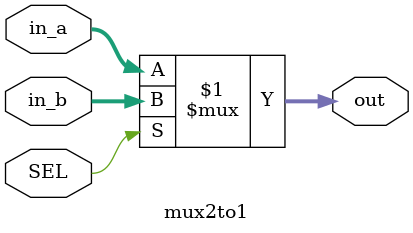
<source format=sv>
`timescale 1ns/1ps
module mux2to1 #(parameter WIDTH=8)
                (input logic             SEL,
                 input logic [WIDTH-1:0] in_a,in_b,
                 output logic [WIDTH-1:0] out);
assign out=(SEL)?in_b:in_a;
endmodule

</source>
